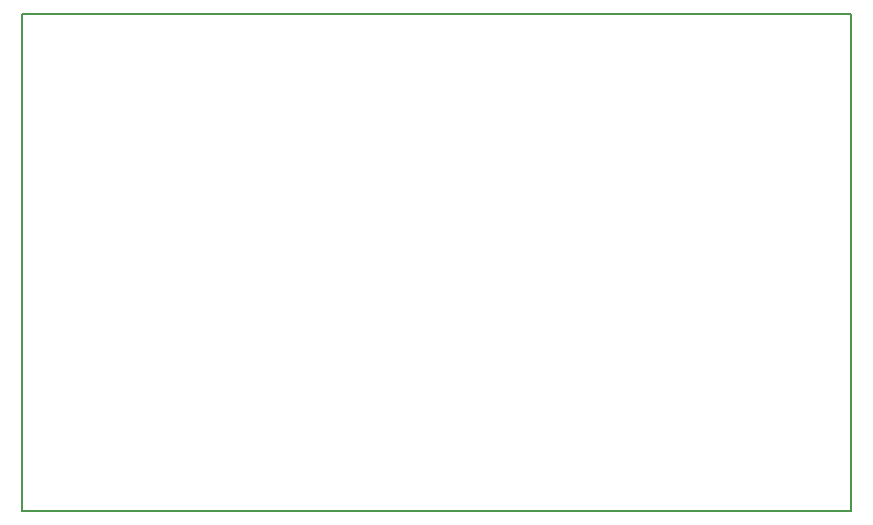
<source format=gbo>
G04 MADE WITH FRITZING*
G04 WWW.FRITZING.ORG*
G04 DOUBLE SIDED*
G04 HOLES PLATED*
G04 CONTOUR ON CENTER OF CONTOUR VECTOR*
%ASAXBY*%
%FSLAX23Y23*%
%MOIN*%
%OFA0B0*%
%SFA1.0B1.0*%
%ADD10R,2.772240X1.666070X2.756240X1.650070*%
%ADD11C,0.008000*%
%LNSILK0*%
G90*
G70*
G54D11*
X4Y1662D02*
X2768Y1662D01*
X2768Y4D01*
X4Y4D01*
X4Y1662D01*
D02*
G04 End of Silk0*
M02*
</source>
